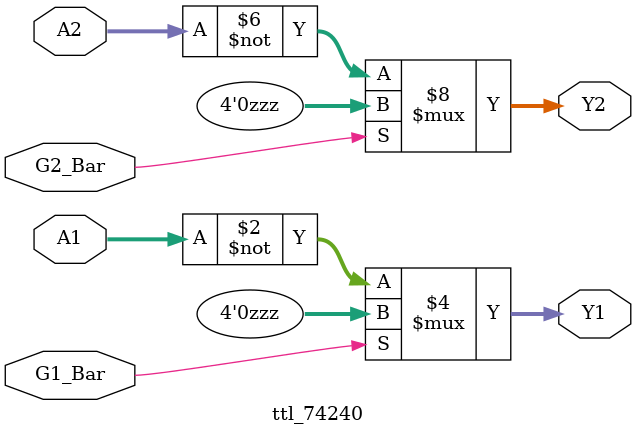
<source format=v>

module ttl_74240 #(parameter WIDTH = 8, DELAY_RISE = 0, DELAY_FALL = 0)
(
  input G1_Bar, G2_Bar,
  input [WIDTH/2-1:0] A1,
  input [WIDTH/2-1:0] A2,
  output [WIDTH/2-1:0] Y1,
  output [WIDTH/2-1:0] Y2
);


assign #(DELAY_RISE, DELAY_FALL) Y1 = !G1_Bar ? ~A1 : {(WIDTH/2-1){1'bZ}};
assign #(DELAY_RISE, DELAY_FALL) Y2 = !G2_Bar ? ~A2 : {(WIDTH/2-1){1'bZ}};

endmodule
</source>
